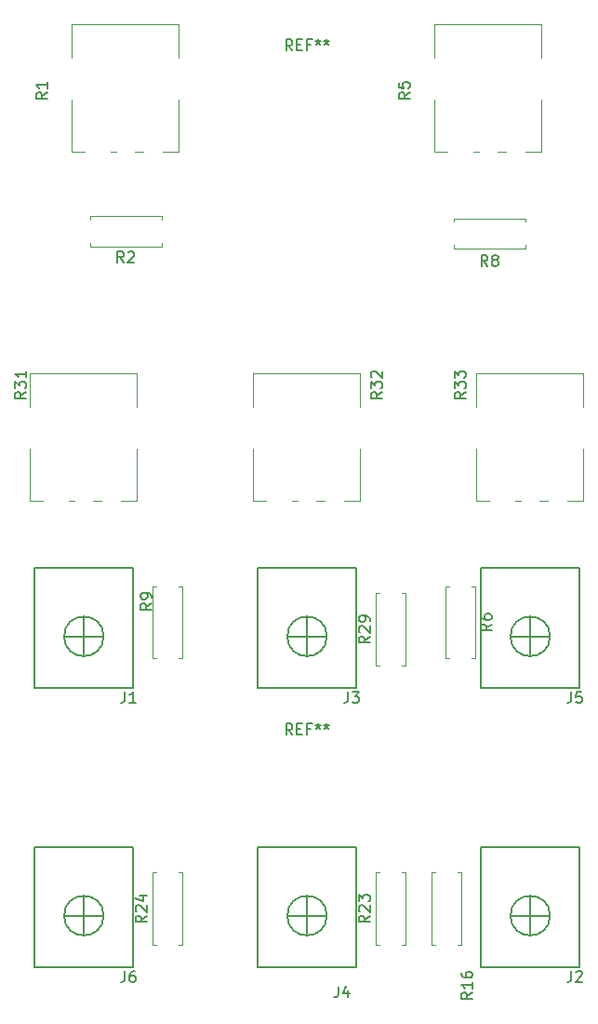
<source format=gbr>
G04 #@! TF.GenerationSoftware,KiCad,Pcbnew,5.1.5-52549c5~84~ubuntu18.04.1*
G04 #@! TF.CreationDate,2020-03-17T21:00:59-04:00*
G04 #@! TF.ProjectId,OBG-SVF-panelpcb,4f42472d-5356-4462-9d70-616e656c7063,rev?*
G04 #@! TF.SameCoordinates,Original*
G04 #@! TF.FileFunction,Legend,Top*
G04 #@! TF.FilePolarity,Positive*
%FSLAX46Y46*%
G04 Gerber Fmt 4.6, Leading zero omitted, Abs format (unit mm)*
G04 Created by KiCad (PCBNEW 5.1.5-52549c5~84~ubuntu18.04.1) date 2020-03-17 21:00:59*
%MOMM*%
%LPD*%
G04 APERTURE LIST*
%ADD10C,0.120000*%
%ADD11C,0.150000*%
G04 APERTURE END LIST*
D10*
X159580000Y-85370000D02*
X159580000Y-85040000D01*
X153040000Y-85370000D02*
X159580000Y-85370000D01*
X153040000Y-85040000D02*
X153040000Y-85370000D01*
X159580000Y-82630000D02*
X159580000Y-82960000D01*
X153040000Y-82630000D02*
X159580000Y-82630000D01*
X153040000Y-82960000D02*
X153040000Y-82630000D01*
D11*
X135200000Y-114450000D02*
X144200000Y-114450000D01*
X135200000Y-125350000D02*
X144200000Y-125350000D01*
X135200000Y-114450000D02*
X135200000Y-125350000D01*
X144200000Y-114450000D02*
X144200000Y-125350000D01*
X141500000Y-120650000D02*
G75*
G03X141500000Y-120650000I-1800000J0D01*
G01*
X139700000Y-118850000D02*
X139700000Y-122450000D01*
X137900000Y-120650000D02*
X141500000Y-120650000D01*
X114880000Y-114450000D02*
X123880000Y-114450000D01*
X114880000Y-125350000D02*
X123880000Y-125350000D01*
X114880000Y-114450000D02*
X114880000Y-125350000D01*
X123880000Y-114450000D02*
X123880000Y-125350000D01*
X121180000Y-120650000D02*
G75*
G03X121180000Y-120650000I-1800000J0D01*
G01*
X119380000Y-118850000D02*
X119380000Y-122450000D01*
X117580000Y-120650000D02*
X121180000Y-120650000D01*
D10*
X161640000Y-108340000D02*
X160810000Y-108340000D01*
X159190000Y-108340000D02*
X158660000Y-108340000D01*
X156290000Y-108340000D02*
X155110000Y-108340000D01*
X164850000Y-108340000D02*
X164850000Y-103620000D01*
X155110000Y-99810000D02*
X155110000Y-96750000D01*
X155100000Y-108340000D02*
X155100000Y-103620000D01*
X164850000Y-99810000D02*
X164850000Y-96750000D01*
X164850000Y-108340000D02*
X163360000Y-108340000D01*
X164850000Y-96750000D02*
X155110000Y-96750000D01*
X141320000Y-108340000D02*
X140490000Y-108340000D01*
X138870000Y-108340000D02*
X138340000Y-108340000D01*
X135970000Y-108340000D02*
X134790000Y-108340000D01*
X144530000Y-108340000D02*
X144530000Y-103620000D01*
X134790000Y-99810000D02*
X134790000Y-96750000D01*
X134780000Y-108340000D02*
X134780000Y-103620000D01*
X144530000Y-99810000D02*
X144530000Y-96750000D01*
X144530000Y-108340000D02*
X143040000Y-108340000D01*
X144530000Y-96750000D02*
X134790000Y-96750000D01*
X121000000Y-108340000D02*
X120170000Y-108340000D01*
X118550000Y-108340000D02*
X118020000Y-108340000D01*
X115650000Y-108340000D02*
X114470000Y-108340000D01*
X124210000Y-108340000D02*
X124210000Y-103620000D01*
X114470000Y-99810000D02*
X114470000Y-96750000D01*
X114460000Y-108340000D02*
X114460000Y-103620000D01*
X124210000Y-99810000D02*
X124210000Y-96750000D01*
X124210000Y-108340000D02*
X122720000Y-108340000D01*
X124210000Y-96750000D02*
X114470000Y-96750000D01*
X148690000Y-116745000D02*
X148360000Y-116745000D01*
X148690000Y-123285000D02*
X148690000Y-116745000D01*
X148360000Y-123285000D02*
X148690000Y-123285000D01*
X145950000Y-116745000D02*
X146280000Y-116745000D01*
X145950000Y-123285000D02*
X145950000Y-116745000D01*
X146280000Y-123285000D02*
X145950000Y-123285000D01*
X157830000Y-76590000D02*
X157000000Y-76590000D01*
X155380000Y-76590000D02*
X154850000Y-76590000D01*
X152480000Y-76590000D02*
X151300000Y-76590000D01*
X161040000Y-76590000D02*
X161040000Y-71870000D01*
X151300000Y-68060000D02*
X151300000Y-65000000D01*
X151290000Y-76590000D02*
X151290000Y-71870000D01*
X161040000Y-68060000D02*
X161040000Y-65000000D01*
X161040000Y-76590000D02*
X159550000Y-76590000D01*
X161040000Y-65000000D02*
X151300000Y-65000000D01*
X124810000Y-76590000D02*
X123980000Y-76590000D01*
X122360000Y-76590000D02*
X121830000Y-76590000D01*
X119460000Y-76590000D02*
X118280000Y-76590000D01*
X128020000Y-76590000D02*
X128020000Y-71870000D01*
X118280000Y-68060000D02*
X118280000Y-65000000D01*
X118270000Y-76590000D02*
X118270000Y-71870000D01*
X128020000Y-68060000D02*
X128020000Y-65000000D01*
X128020000Y-76590000D02*
X126530000Y-76590000D01*
X128020000Y-65000000D02*
X118280000Y-65000000D01*
D11*
X114880000Y-139850000D02*
X123880000Y-139850000D01*
X114880000Y-150750000D02*
X123880000Y-150750000D01*
X114880000Y-139850000D02*
X114880000Y-150750000D01*
X123880000Y-139850000D02*
X123880000Y-150750000D01*
X121180000Y-146050000D02*
G75*
G03X121180000Y-146050000I-1800000J0D01*
G01*
X119380000Y-144250000D02*
X119380000Y-147850000D01*
X117580000Y-146050000D02*
X121180000Y-146050000D01*
X155520000Y-114450000D02*
X164520000Y-114450000D01*
X155520000Y-125350000D02*
X164520000Y-125350000D01*
X155520000Y-114450000D02*
X155520000Y-125350000D01*
X164520000Y-114450000D02*
X164520000Y-125350000D01*
X161820000Y-120650000D02*
G75*
G03X161820000Y-120650000I-1800000J0D01*
G01*
X160020000Y-118850000D02*
X160020000Y-122450000D01*
X158220000Y-120650000D02*
X161820000Y-120650000D01*
X135200000Y-139850000D02*
X144200000Y-139850000D01*
X135200000Y-150750000D02*
X144200000Y-150750000D01*
X135200000Y-139850000D02*
X135200000Y-150750000D01*
X144200000Y-139850000D02*
X144200000Y-150750000D01*
X141500000Y-146050000D02*
G75*
G03X141500000Y-146050000I-1800000J0D01*
G01*
X139700000Y-144250000D02*
X139700000Y-147850000D01*
X137900000Y-146050000D02*
X141500000Y-146050000D01*
X155520000Y-139850000D02*
X164520000Y-139850000D01*
X155520000Y-150750000D02*
X164520000Y-150750000D01*
X155520000Y-139850000D02*
X155520000Y-150750000D01*
X164520000Y-139850000D02*
X164520000Y-150750000D01*
X161820000Y-146050000D02*
G75*
G03X161820000Y-146050000I-1800000J0D01*
G01*
X160020000Y-144250000D02*
X160020000Y-147850000D01*
X158220000Y-146050000D02*
X161820000Y-146050000D01*
D10*
X128370000Y-142145000D02*
X128040000Y-142145000D01*
X128370000Y-148685000D02*
X128370000Y-142145000D01*
X128040000Y-148685000D02*
X128370000Y-148685000D01*
X125630000Y-142145000D02*
X125960000Y-142145000D01*
X125630000Y-148685000D02*
X125630000Y-142145000D01*
X125960000Y-148685000D02*
X125630000Y-148685000D01*
X148690000Y-142145000D02*
X148360000Y-142145000D01*
X148690000Y-148685000D02*
X148690000Y-142145000D01*
X148360000Y-148685000D02*
X148690000Y-148685000D01*
X145950000Y-142145000D02*
X146280000Y-142145000D01*
X145950000Y-148685000D02*
X145950000Y-142145000D01*
X146280000Y-148685000D02*
X145950000Y-148685000D01*
X151030000Y-148685000D02*
X151360000Y-148685000D01*
X151030000Y-142145000D02*
X151030000Y-148685000D01*
X151360000Y-142145000D02*
X151030000Y-142145000D01*
X153770000Y-148685000D02*
X153440000Y-148685000D01*
X153770000Y-142145000D02*
X153770000Y-148685000D01*
X153440000Y-142145000D02*
X153770000Y-142145000D01*
X125630000Y-122650000D02*
X125960000Y-122650000D01*
X125630000Y-116110000D02*
X125630000Y-122650000D01*
X125960000Y-116110000D02*
X125630000Y-116110000D01*
X128370000Y-122650000D02*
X128040000Y-122650000D01*
X128370000Y-116110000D02*
X128370000Y-122650000D01*
X128040000Y-116110000D02*
X128370000Y-116110000D01*
X152300000Y-122650000D02*
X152630000Y-122650000D01*
X152300000Y-116110000D02*
X152300000Y-122650000D01*
X152630000Y-116110000D02*
X152300000Y-116110000D01*
X155040000Y-122650000D02*
X154710000Y-122650000D01*
X155040000Y-116110000D02*
X155040000Y-122650000D01*
X154710000Y-116110000D02*
X155040000Y-116110000D01*
X119920000Y-82450000D02*
X119920000Y-82780000D01*
X126460000Y-82450000D02*
X119920000Y-82450000D01*
X126460000Y-82780000D02*
X126460000Y-82450000D01*
X119920000Y-85190000D02*
X119920000Y-84860000D01*
X126460000Y-85190000D02*
X119920000Y-85190000D01*
X126460000Y-84860000D02*
X126460000Y-85190000D01*
D11*
X138366666Y-129602380D02*
X138033333Y-129126190D01*
X137795238Y-129602380D02*
X137795238Y-128602380D01*
X138176190Y-128602380D01*
X138271428Y-128650000D01*
X138319047Y-128697619D01*
X138366666Y-128792857D01*
X138366666Y-128935714D01*
X138319047Y-129030952D01*
X138271428Y-129078571D01*
X138176190Y-129126190D01*
X137795238Y-129126190D01*
X138795238Y-129078571D02*
X139128571Y-129078571D01*
X139271428Y-129602380D02*
X138795238Y-129602380D01*
X138795238Y-128602380D01*
X139271428Y-128602380D01*
X140033333Y-129078571D02*
X139700000Y-129078571D01*
X139700000Y-129602380D02*
X139700000Y-128602380D01*
X140176190Y-128602380D01*
X140700000Y-128602380D02*
X140700000Y-128840476D01*
X140461904Y-128745238D02*
X140700000Y-128840476D01*
X140938095Y-128745238D01*
X140557142Y-129030952D02*
X140700000Y-128840476D01*
X140842857Y-129030952D01*
X141461904Y-128602380D02*
X141461904Y-128840476D01*
X141223809Y-128745238D02*
X141461904Y-128840476D01*
X141700000Y-128745238D01*
X141319047Y-129030952D02*
X141461904Y-128840476D01*
X141604761Y-129030952D01*
X138366666Y-67372380D02*
X138033333Y-66896190D01*
X137795238Y-67372380D02*
X137795238Y-66372380D01*
X138176190Y-66372380D01*
X138271428Y-66420000D01*
X138319047Y-66467619D01*
X138366666Y-66562857D01*
X138366666Y-66705714D01*
X138319047Y-66800952D01*
X138271428Y-66848571D01*
X138176190Y-66896190D01*
X137795238Y-66896190D01*
X138795238Y-66848571D02*
X139128571Y-66848571D01*
X139271428Y-67372380D02*
X138795238Y-67372380D01*
X138795238Y-66372380D01*
X139271428Y-66372380D01*
X140033333Y-66848571D02*
X139700000Y-66848571D01*
X139700000Y-67372380D02*
X139700000Y-66372380D01*
X140176190Y-66372380D01*
X140700000Y-66372380D02*
X140700000Y-66610476D01*
X140461904Y-66515238D02*
X140700000Y-66610476D01*
X140938095Y-66515238D01*
X140557142Y-66800952D02*
X140700000Y-66610476D01*
X140842857Y-66800952D01*
X141461904Y-66372380D02*
X141461904Y-66610476D01*
X141223809Y-66515238D02*
X141461904Y-66610476D01*
X141700000Y-66515238D01*
X141319047Y-66800952D02*
X141461904Y-66610476D01*
X141604761Y-66800952D01*
X156143333Y-86992380D02*
X155810000Y-86516190D01*
X155571904Y-86992380D02*
X155571904Y-85992380D01*
X155952857Y-85992380D01*
X156048095Y-86040000D01*
X156095714Y-86087619D01*
X156143333Y-86182857D01*
X156143333Y-86325714D01*
X156095714Y-86420952D01*
X156048095Y-86468571D01*
X155952857Y-86516190D01*
X155571904Y-86516190D01*
X156714761Y-86420952D02*
X156619523Y-86373333D01*
X156571904Y-86325714D01*
X156524285Y-86230476D01*
X156524285Y-86182857D01*
X156571904Y-86087619D01*
X156619523Y-86040000D01*
X156714761Y-85992380D01*
X156905238Y-85992380D01*
X157000476Y-86040000D01*
X157048095Y-86087619D01*
X157095714Y-86182857D01*
X157095714Y-86230476D01*
X157048095Y-86325714D01*
X157000476Y-86373333D01*
X156905238Y-86420952D01*
X156714761Y-86420952D01*
X156619523Y-86468571D01*
X156571904Y-86516190D01*
X156524285Y-86611428D01*
X156524285Y-86801904D01*
X156571904Y-86897142D01*
X156619523Y-86944761D01*
X156714761Y-86992380D01*
X156905238Y-86992380D01*
X157000476Y-86944761D01*
X157048095Y-86897142D01*
X157095714Y-86801904D01*
X157095714Y-86611428D01*
X157048095Y-86516190D01*
X157000476Y-86468571D01*
X156905238Y-86420952D01*
X143430666Y-125690380D02*
X143430666Y-126404666D01*
X143383047Y-126547523D01*
X143287809Y-126642761D01*
X143144952Y-126690380D01*
X143049714Y-126690380D01*
X143811619Y-125690380D02*
X144430666Y-125690380D01*
X144097333Y-126071333D01*
X144240190Y-126071333D01*
X144335428Y-126118952D01*
X144383047Y-126166571D01*
X144430666Y-126261809D01*
X144430666Y-126499904D01*
X144383047Y-126595142D01*
X144335428Y-126642761D01*
X144240190Y-126690380D01*
X143954476Y-126690380D01*
X143859238Y-126642761D01*
X143811619Y-126595142D01*
X123110666Y-125690380D02*
X123110666Y-126404666D01*
X123063047Y-126547523D01*
X122967809Y-126642761D01*
X122824952Y-126690380D01*
X122729714Y-126690380D01*
X124110666Y-126690380D02*
X123539238Y-126690380D01*
X123824952Y-126690380D02*
X123824952Y-125690380D01*
X123729714Y-125833238D01*
X123634476Y-125928476D01*
X123539238Y-125976095D01*
X154122380Y-98432857D02*
X153646190Y-98766190D01*
X154122380Y-99004285D02*
X153122380Y-99004285D01*
X153122380Y-98623333D01*
X153170000Y-98528095D01*
X153217619Y-98480476D01*
X153312857Y-98432857D01*
X153455714Y-98432857D01*
X153550952Y-98480476D01*
X153598571Y-98528095D01*
X153646190Y-98623333D01*
X153646190Y-99004285D01*
X153122380Y-98099523D02*
X153122380Y-97480476D01*
X153503333Y-97813809D01*
X153503333Y-97670952D01*
X153550952Y-97575714D01*
X153598571Y-97528095D01*
X153693809Y-97480476D01*
X153931904Y-97480476D01*
X154027142Y-97528095D01*
X154074761Y-97575714D01*
X154122380Y-97670952D01*
X154122380Y-97956666D01*
X154074761Y-98051904D01*
X154027142Y-98099523D01*
X153122380Y-97147142D02*
X153122380Y-96528095D01*
X153503333Y-96861428D01*
X153503333Y-96718571D01*
X153550952Y-96623333D01*
X153598571Y-96575714D01*
X153693809Y-96528095D01*
X153931904Y-96528095D01*
X154027142Y-96575714D01*
X154074761Y-96623333D01*
X154122380Y-96718571D01*
X154122380Y-97004285D01*
X154074761Y-97099523D01*
X154027142Y-97147142D01*
X146502380Y-98432857D02*
X146026190Y-98766190D01*
X146502380Y-99004285D02*
X145502380Y-99004285D01*
X145502380Y-98623333D01*
X145550000Y-98528095D01*
X145597619Y-98480476D01*
X145692857Y-98432857D01*
X145835714Y-98432857D01*
X145930952Y-98480476D01*
X145978571Y-98528095D01*
X146026190Y-98623333D01*
X146026190Y-99004285D01*
X145502380Y-98099523D02*
X145502380Y-97480476D01*
X145883333Y-97813809D01*
X145883333Y-97670952D01*
X145930952Y-97575714D01*
X145978571Y-97528095D01*
X146073809Y-97480476D01*
X146311904Y-97480476D01*
X146407142Y-97528095D01*
X146454761Y-97575714D01*
X146502380Y-97670952D01*
X146502380Y-97956666D01*
X146454761Y-98051904D01*
X146407142Y-98099523D01*
X145597619Y-97099523D02*
X145550000Y-97051904D01*
X145502380Y-96956666D01*
X145502380Y-96718571D01*
X145550000Y-96623333D01*
X145597619Y-96575714D01*
X145692857Y-96528095D01*
X145788095Y-96528095D01*
X145930952Y-96575714D01*
X146502380Y-97147142D01*
X146502380Y-96528095D01*
X114117380Y-98432857D02*
X113641190Y-98766190D01*
X114117380Y-99004285D02*
X113117380Y-99004285D01*
X113117380Y-98623333D01*
X113165000Y-98528095D01*
X113212619Y-98480476D01*
X113307857Y-98432857D01*
X113450714Y-98432857D01*
X113545952Y-98480476D01*
X113593571Y-98528095D01*
X113641190Y-98623333D01*
X113641190Y-99004285D01*
X113117380Y-98099523D02*
X113117380Y-97480476D01*
X113498333Y-97813809D01*
X113498333Y-97670952D01*
X113545952Y-97575714D01*
X113593571Y-97528095D01*
X113688809Y-97480476D01*
X113926904Y-97480476D01*
X114022142Y-97528095D01*
X114069761Y-97575714D01*
X114117380Y-97670952D01*
X114117380Y-97956666D01*
X114069761Y-98051904D01*
X114022142Y-98099523D01*
X114117380Y-96528095D02*
X114117380Y-97099523D01*
X114117380Y-96813809D02*
X113117380Y-96813809D01*
X113260238Y-96909047D01*
X113355476Y-97004285D01*
X113403095Y-97099523D01*
X145402380Y-120657857D02*
X144926190Y-120991190D01*
X145402380Y-121229285D02*
X144402380Y-121229285D01*
X144402380Y-120848333D01*
X144450000Y-120753095D01*
X144497619Y-120705476D01*
X144592857Y-120657857D01*
X144735714Y-120657857D01*
X144830952Y-120705476D01*
X144878571Y-120753095D01*
X144926190Y-120848333D01*
X144926190Y-121229285D01*
X144497619Y-120276904D02*
X144450000Y-120229285D01*
X144402380Y-120134047D01*
X144402380Y-119895952D01*
X144450000Y-119800714D01*
X144497619Y-119753095D01*
X144592857Y-119705476D01*
X144688095Y-119705476D01*
X144830952Y-119753095D01*
X145402380Y-120324523D01*
X145402380Y-119705476D01*
X145402380Y-119229285D02*
X145402380Y-119038809D01*
X145354761Y-118943571D01*
X145307142Y-118895952D01*
X145164285Y-118800714D01*
X144973809Y-118753095D01*
X144592857Y-118753095D01*
X144497619Y-118800714D01*
X144450000Y-118848333D01*
X144402380Y-118943571D01*
X144402380Y-119134047D01*
X144450000Y-119229285D01*
X144497619Y-119276904D01*
X144592857Y-119324523D01*
X144830952Y-119324523D01*
X144926190Y-119276904D01*
X144973809Y-119229285D01*
X145021428Y-119134047D01*
X145021428Y-118943571D01*
X144973809Y-118848333D01*
X144926190Y-118800714D01*
X144830952Y-118753095D01*
X149042380Y-71186666D02*
X148566190Y-71520000D01*
X149042380Y-71758095D02*
X148042380Y-71758095D01*
X148042380Y-71377142D01*
X148090000Y-71281904D01*
X148137619Y-71234285D01*
X148232857Y-71186666D01*
X148375714Y-71186666D01*
X148470952Y-71234285D01*
X148518571Y-71281904D01*
X148566190Y-71377142D01*
X148566190Y-71758095D01*
X148042380Y-70281904D02*
X148042380Y-70758095D01*
X148518571Y-70805714D01*
X148470952Y-70758095D01*
X148423333Y-70662857D01*
X148423333Y-70424761D01*
X148470952Y-70329523D01*
X148518571Y-70281904D01*
X148613809Y-70234285D01*
X148851904Y-70234285D01*
X148947142Y-70281904D01*
X148994761Y-70329523D01*
X149042380Y-70424761D01*
X149042380Y-70662857D01*
X148994761Y-70758095D01*
X148947142Y-70805714D01*
X116022380Y-71186666D02*
X115546190Y-71520000D01*
X116022380Y-71758095D02*
X115022380Y-71758095D01*
X115022380Y-71377142D01*
X115070000Y-71281904D01*
X115117619Y-71234285D01*
X115212857Y-71186666D01*
X115355714Y-71186666D01*
X115450952Y-71234285D01*
X115498571Y-71281904D01*
X115546190Y-71377142D01*
X115546190Y-71758095D01*
X116022380Y-70234285D02*
X116022380Y-70805714D01*
X116022380Y-70520000D02*
X115022380Y-70520000D01*
X115165238Y-70615238D01*
X115260476Y-70710476D01*
X115308095Y-70805714D01*
X123110666Y-151090380D02*
X123110666Y-151804666D01*
X123063047Y-151947523D01*
X122967809Y-152042761D01*
X122824952Y-152090380D01*
X122729714Y-152090380D01*
X124015428Y-151090380D02*
X123824952Y-151090380D01*
X123729714Y-151138000D01*
X123682095Y-151185619D01*
X123586857Y-151328476D01*
X123539238Y-151518952D01*
X123539238Y-151899904D01*
X123586857Y-151995142D01*
X123634476Y-152042761D01*
X123729714Y-152090380D01*
X123920190Y-152090380D01*
X124015428Y-152042761D01*
X124063047Y-151995142D01*
X124110666Y-151899904D01*
X124110666Y-151661809D01*
X124063047Y-151566571D01*
X124015428Y-151518952D01*
X123920190Y-151471333D01*
X123729714Y-151471333D01*
X123634476Y-151518952D01*
X123586857Y-151566571D01*
X123539238Y-151661809D01*
X163750666Y-125690380D02*
X163750666Y-126404666D01*
X163703047Y-126547523D01*
X163607809Y-126642761D01*
X163464952Y-126690380D01*
X163369714Y-126690380D01*
X164703047Y-125690380D02*
X164226857Y-125690380D01*
X164179238Y-126166571D01*
X164226857Y-126118952D01*
X164322095Y-126071333D01*
X164560190Y-126071333D01*
X164655428Y-126118952D01*
X164703047Y-126166571D01*
X164750666Y-126261809D01*
X164750666Y-126499904D01*
X164703047Y-126595142D01*
X164655428Y-126642761D01*
X164560190Y-126690380D01*
X164322095Y-126690380D01*
X164226857Y-126642761D01*
X164179238Y-126595142D01*
X142541666Y-152487380D02*
X142541666Y-153201666D01*
X142494047Y-153344523D01*
X142398809Y-153439761D01*
X142255952Y-153487380D01*
X142160714Y-153487380D01*
X143446428Y-152820714D02*
X143446428Y-153487380D01*
X143208333Y-152439761D02*
X142970238Y-153154047D01*
X143589285Y-153154047D01*
X163750666Y-151090380D02*
X163750666Y-151804666D01*
X163703047Y-151947523D01*
X163607809Y-152042761D01*
X163464952Y-152090380D01*
X163369714Y-152090380D01*
X164179238Y-151185619D02*
X164226857Y-151138000D01*
X164322095Y-151090380D01*
X164560190Y-151090380D01*
X164655428Y-151138000D01*
X164703047Y-151185619D01*
X164750666Y-151280857D01*
X164750666Y-151376095D01*
X164703047Y-151518952D01*
X164131619Y-152090380D01*
X164750666Y-152090380D01*
X125082380Y-146057857D02*
X124606190Y-146391190D01*
X125082380Y-146629285D02*
X124082380Y-146629285D01*
X124082380Y-146248333D01*
X124130000Y-146153095D01*
X124177619Y-146105476D01*
X124272857Y-146057857D01*
X124415714Y-146057857D01*
X124510952Y-146105476D01*
X124558571Y-146153095D01*
X124606190Y-146248333D01*
X124606190Y-146629285D01*
X124177619Y-145676904D02*
X124130000Y-145629285D01*
X124082380Y-145534047D01*
X124082380Y-145295952D01*
X124130000Y-145200714D01*
X124177619Y-145153095D01*
X124272857Y-145105476D01*
X124368095Y-145105476D01*
X124510952Y-145153095D01*
X125082380Y-145724523D01*
X125082380Y-145105476D01*
X124415714Y-144248333D02*
X125082380Y-144248333D01*
X124034761Y-144486428D02*
X124749047Y-144724523D01*
X124749047Y-144105476D01*
X145402380Y-146057857D02*
X144926190Y-146391190D01*
X145402380Y-146629285D02*
X144402380Y-146629285D01*
X144402380Y-146248333D01*
X144450000Y-146153095D01*
X144497619Y-146105476D01*
X144592857Y-146057857D01*
X144735714Y-146057857D01*
X144830952Y-146105476D01*
X144878571Y-146153095D01*
X144926190Y-146248333D01*
X144926190Y-146629285D01*
X144497619Y-145676904D02*
X144450000Y-145629285D01*
X144402380Y-145534047D01*
X144402380Y-145295952D01*
X144450000Y-145200714D01*
X144497619Y-145153095D01*
X144592857Y-145105476D01*
X144688095Y-145105476D01*
X144830952Y-145153095D01*
X145402380Y-145724523D01*
X145402380Y-145105476D01*
X144402380Y-144772142D02*
X144402380Y-144153095D01*
X144783333Y-144486428D01*
X144783333Y-144343571D01*
X144830952Y-144248333D01*
X144878571Y-144200714D01*
X144973809Y-144153095D01*
X145211904Y-144153095D01*
X145307142Y-144200714D01*
X145354761Y-144248333D01*
X145402380Y-144343571D01*
X145402380Y-144629285D01*
X145354761Y-144724523D01*
X145307142Y-144772142D01*
X154757380Y-153042857D02*
X154281190Y-153376190D01*
X154757380Y-153614285D02*
X153757380Y-153614285D01*
X153757380Y-153233333D01*
X153805000Y-153138095D01*
X153852619Y-153090476D01*
X153947857Y-153042857D01*
X154090714Y-153042857D01*
X154185952Y-153090476D01*
X154233571Y-153138095D01*
X154281190Y-153233333D01*
X154281190Y-153614285D01*
X154757380Y-152090476D02*
X154757380Y-152661904D01*
X154757380Y-152376190D02*
X153757380Y-152376190D01*
X153900238Y-152471428D01*
X153995476Y-152566666D01*
X154043095Y-152661904D01*
X153757380Y-151233333D02*
X153757380Y-151423809D01*
X153805000Y-151519047D01*
X153852619Y-151566666D01*
X153995476Y-151661904D01*
X154185952Y-151709523D01*
X154566904Y-151709523D01*
X154662142Y-151661904D01*
X154709761Y-151614285D01*
X154757380Y-151519047D01*
X154757380Y-151328571D01*
X154709761Y-151233333D01*
X154662142Y-151185714D01*
X154566904Y-151138095D01*
X154328809Y-151138095D01*
X154233571Y-151185714D01*
X154185952Y-151233333D01*
X154138333Y-151328571D01*
X154138333Y-151519047D01*
X154185952Y-151614285D01*
X154233571Y-151661904D01*
X154328809Y-151709523D01*
X125547380Y-117641666D02*
X125071190Y-117975000D01*
X125547380Y-118213095D02*
X124547380Y-118213095D01*
X124547380Y-117832142D01*
X124595000Y-117736904D01*
X124642619Y-117689285D01*
X124737857Y-117641666D01*
X124880714Y-117641666D01*
X124975952Y-117689285D01*
X125023571Y-117736904D01*
X125071190Y-117832142D01*
X125071190Y-118213095D01*
X125547380Y-117165476D02*
X125547380Y-116975000D01*
X125499761Y-116879761D01*
X125452142Y-116832142D01*
X125309285Y-116736904D01*
X125118809Y-116689285D01*
X124737857Y-116689285D01*
X124642619Y-116736904D01*
X124595000Y-116784523D01*
X124547380Y-116879761D01*
X124547380Y-117070238D01*
X124595000Y-117165476D01*
X124642619Y-117213095D01*
X124737857Y-117260714D01*
X124975952Y-117260714D01*
X125071190Y-117213095D01*
X125118809Y-117165476D01*
X125166428Y-117070238D01*
X125166428Y-116879761D01*
X125118809Y-116784523D01*
X125071190Y-116736904D01*
X124975952Y-116689285D01*
X156492380Y-119546666D02*
X156016190Y-119880000D01*
X156492380Y-120118095D02*
X155492380Y-120118095D01*
X155492380Y-119737142D01*
X155540000Y-119641904D01*
X155587619Y-119594285D01*
X155682857Y-119546666D01*
X155825714Y-119546666D01*
X155920952Y-119594285D01*
X155968571Y-119641904D01*
X156016190Y-119737142D01*
X156016190Y-120118095D01*
X155492380Y-118689523D02*
X155492380Y-118880000D01*
X155540000Y-118975238D01*
X155587619Y-119022857D01*
X155730476Y-119118095D01*
X155920952Y-119165714D01*
X156301904Y-119165714D01*
X156397142Y-119118095D01*
X156444761Y-119070476D01*
X156492380Y-118975238D01*
X156492380Y-118784761D01*
X156444761Y-118689523D01*
X156397142Y-118641904D01*
X156301904Y-118594285D01*
X156063809Y-118594285D01*
X155968571Y-118641904D01*
X155920952Y-118689523D01*
X155873333Y-118784761D01*
X155873333Y-118975238D01*
X155920952Y-119070476D01*
X155968571Y-119118095D01*
X156063809Y-119165714D01*
X123023333Y-86642380D02*
X122690000Y-86166190D01*
X122451904Y-86642380D02*
X122451904Y-85642380D01*
X122832857Y-85642380D01*
X122928095Y-85690000D01*
X122975714Y-85737619D01*
X123023333Y-85832857D01*
X123023333Y-85975714D01*
X122975714Y-86070952D01*
X122928095Y-86118571D01*
X122832857Y-86166190D01*
X122451904Y-86166190D01*
X123404285Y-85737619D02*
X123451904Y-85690000D01*
X123547142Y-85642380D01*
X123785238Y-85642380D01*
X123880476Y-85690000D01*
X123928095Y-85737619D01*
X123975714Y-85832857D01*
X123975714Y-85928095D01*
X123928095Y-86070952D01*
X123356666Y-86642380D01*
X123975714Y-86642380D01*
M02*

</source>
